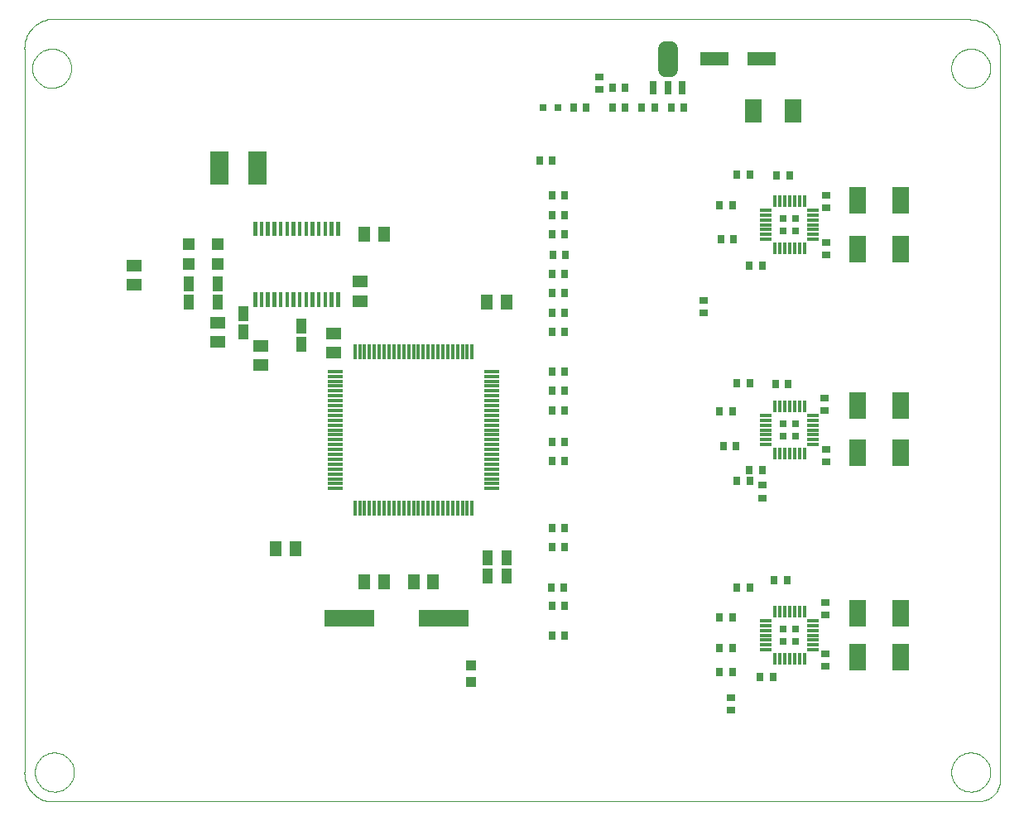
<source format=gtp>
G75*
G70*
%OFA0B0*%
%FSLAX24Y24*%
%IPPOS*%
%LPD*%
%AMOC8*
5,1,8,0,0,1.08239X$1,22.5*
%
%ADD10C,0.0000*%
%ADD11R,0.0276X0.0354*%
%ADD12R,0.0315X0.0315*%
%ADD13R,0.0315X0.0551*%
%ADD14C,0.0600*%
%ADD15R,0.0354X0.0276*%
%ADD16R,0.0709X0.1063*%
%ADD17R,0.0300X0.0300*%
%ADD18R,0.0118X0.0453*%
%ADD19R,0.0453X0.0118*%
%ADD20R,0.0709X0.0945*%
%ADD21R,0.1181X0.0551*%
%ADD22R,0.0630X0.0512*%
%ADD23R,0.0512X0.0630*%
%ADD24R,0.0472X0.0472*%
%ADD25R,0.0394X0.0591*%
%ADD26C,0.0030*%
%ADD27R,0.0748X0.1339*%
%ADD28R,0.2000X0.0700*%
%ADD29R,0.0591X0.0118*%
%ADD30R,0.0118X0.0591*%
%ADD31R,0.0433X0.0394*%
D10*
X001176Y000158D02*
X038639Y000158D01*
X038697Y000160D01*
X038755Y000166D01*
X038812Y000175D01*
X038869Y000188D01*
X038924Y000205D01*
X038978Y000226D01*
X039031Y000249D01*
X039083Y000277D01*
X039132Y000307D01*
X039179Y000341D01*
X039224Y000378D01*
X039266Y000418D01*
X039306Y000460D01*
X039343Y000505D01*
X039377Y000552D01*
X039407Y000602D01*
X039435Y000653D01*
X039458Y000706D01*
X039479Y000760D01*
X039496Y000815D01*
X039509Y000872D01*
X039518Y000929D01*
X039524Y000987D01*
X039526Y001045D01*
X039526Y030418D01*
X039524Y030487D01*
X039518Y030556D01*
X039509Y030625D01*
X039495Y030693D01*
X039478Y030760D01*
X039457Y030826D01*
X039432Y030891D01*
X039404Y030954D01*
X039372Y031016D01*
X039337Y031076D01*
X039298Y031133D01*
X039256Y031189D01*
X039212Y031242D01*
X039164Y031292D01*
X039114Y031340D01*
X039061Y031384D01*
X039005Y031426D01*
X038948Y031465D01*
X038888Y031500D01*
X038826Y031532D01*
X038763Y031560D01*
X038698Y031585D01*
X038632Y031606D01*
X038565Y031623D01*
X038497Y031637D01*
X038428Y031646D01*
X038359Y031652D01*
X038290Y031654D01*
X001173Y031654D01*
X001108Y031639D01*
X001045Y031619D01*
X000982Y031596D01*
X000921Y031570D01*
X000861Y031540D01*
X000803Y031507D01*
X000748Y031470D01*
X000694Y031431D01*
X000642Y031389D01*
X000593Y031343D01*
X000547Y031296D01*
X000503Y031245D01*
X000463Y031192D01*
X000425Y031137D01*
X000390Y031080D01*
X000359Y031022D01*
X000331Y030961D01*
X000307Y030899D01*
X000286Y030836D01*
X000268Y030772D01*
X000254Y030706D01*
X000244Y030641D01*
X000238Y030574D01*
X000235Y030508D01*
X000236Y030441D01*
X000241Y030375D01*
X000249Y030309D01*
X000262Y030243D01*
X000262Y001572D01*
X000249Y001506D01*
X000241Y001440D01*
X000236Y001373D01*
X000235Y001307D01*
X000238Y001240D01*
X000244Y001173D01*
X000254Y001107D01*
X000268Y001042D01*
X000286Y000978D01*
X000307Y000914D01*
X000332Y000852D01*
X000360Y000791D01*
X000391Y000733D01*
X000426Y000675D01*
X000464Y000620D01*
X000504Y000567D01*
X000548Y000517D01*
X000595Y000469D01*
X000644Y000424D01*
X000695Y000381D01*
X000749Y000342D01*
X000805Y000305D01*
X000863Y000272D01*
X000923Y000242D01*
X000984Y000216D01*
X001047Y000193D01*
X001111Y000173D01*
X001176Y000158D01*
X000656Y001339D02*
X000658Y001395D01*
X000664Y001450D01*
X000674Y001504D01*
X000687Y001558D01*
X000705Y001611D01*
X000726Y001662D01*
X000750Y001712D01*
X000778Y001760D01*
X000810Y001806D01*
X000844Y001850D01*
X000882Y001891D01*
X000922Y001929D01*
X000965Y001964D01*
X001010Y001996D01*
X001058Y002025D01*
X001107Y002051D01*
X001158Y002073D01*
X001210Y002091D01*
X001264Y002105D01*
X001319Y002116D01*
X001374Y002123D01*
X001429Y002126D01*
X001485Y002125D01*
X001540Y002120D01*
X001595Y002111D01*
X001649Y002099D01*
X001702Y002082D01*
X001754Y002062D01*
X001804Y002038D01*
X001852Y002011D01*
X001899Y001981D01*
X001943Y001947D01*
X001985Y001910D01*
X002023Y001870D01*
X002060Y001828D01*
X002093Y001783D01*
X002122Y001737D01*
X002149Y001688D01*
X002171Y001637D01*
X002191Y001585D01*
X002206Y001531D01*
X002218Y001477D01*
X002226Y001422D01*
X002230Y001367D01*
X002230Y001311D01*
X002226Y001256D01*
X002218Y001201D01*
X002206Y001147D01*
X002191Y001093D01*
X002171Y001041D01*
X002149Y000990D01*
X002122Y000941D01*
X002093Y000895D01*
X002060Y000850D01*
X002023Y000808D01*
X001985Y000768D01*
X001943Y000731D01*
X001899Y000697D01*
X001852Y000667D01*
X001804Y000640D01*
X001754Y000616D01*
X001702Y000596D01*
X001649Y000579D01*
X001595Y000567D01*
X001540Y000558D01*
X001485Y000553D01*
X001429Y000552D01*
X001374Y000555D01*
X001319Y000562D01*
X001264Y000573D01*
X001210Y000587D01*
X001158Y000605D01*
X001107Y000627D01*
X001058Y000653D01*
X001010Y000682D01*
X000965Y000714D01*
X000922Y000749D01*
X000882Y000787D01*
X000844Y000828D01*
X000810Y000872D01*
X000778Y000918D01*
X000750Y000966D01*
X000726Y001016D01*
X000705Y001067D01*
X000687Y001120D01*
X000674Y001174D01*
X000664Y001228D01*
X000658Y001283D01*
X000656Y001339D01*
X000550Y029686D02*
X000552Y029742D01*
X000558Y029797D01*
X000568Y029851D01*
X000581Y029905D01*
X000599Y029958D01*
X000620Y030009D01*
X000644Y030059D01*
X000672Y030107D01*
X000704Y030153D01*
X000738Y030197D01*
X000776Y030238D01*
X000816Y030276D01*
X000859Y030311D01*
X000904Y030343D01*
X000952Y030372D01*
X001001Y030398D01*
X001052Y030420D01*
X001104Y030438D01*
X001158Y030452D01*
X001213Y030463D01*
X001268Y030470D01*
X001323Y030473D01*
X001379Y030472D01*
X001434Y030467D01*
X001489Y030458D01*
X001543Y030446D01*
X001596Y030429D01*
X001648Y030409D01*
X001698Y030385D01*
X001746Y030358D01*
X001793Y030328D01*
X001837Y030294D01*
X001879Y030257D01*
X001917Y030217D01*
X001954Y030175D01*
X001987Y030130D01*
X002016Y030084D01*
X002043Y030035D01*
X002065Y029984D01*
X002085Y029932D01*
X002100Y029878D01*
X002112Y029824D01*
X002120Y029769D01*
X002124Y029714D01*
X002124Y029658D01*
X002120Y029603D01*
X002112Y029548D01*
X002100Y029494D01*
X002085Y029440D01*
X002065Y029388D01*
X002043Y029337D01*
X002016Y029288D01*
X001987Y029242D01*
X001954Y029197D01*
X001917Y029155D01*
X001879Y029115D01*
X001837Y029078D01*
X001793Y029044D01*
X001746Y029014D01*
X001698Y028987D01*
X001648Y028963D01*
X001596Y028943D01*
X001543Y028926D01*
X001489Y028914D01*
X001434Y028905D01*
X001379Y028900D01*
X001323Y028899D01*
X001268Y028902D01*
X001213Y028909D01*
X001158Y028920D01*
X001104Y028934D01*
X001052Y028952D01*
X001001Y028974D01*
X000952Y029000D01*
X000904Y029029D01*
X000859Y029061D01*
X000816Y029096D01*
X000776Y029134D01*
X000738Y029175D01*
X000704Y029219D01*
X000672Y029265D01*
X000644Y029313D01*
X000620Y029363D01*
X000599Y029414D01*
X000581Y029467D01*
X000568Y029521D01*
X000558Y029575D01*
X000552Y029630D01*
X000550Y029686D01*
X037558Y029686D02*
X037560Y029742D01*
X037566Y029797D01*
X037576Y029851D01*
X037589Y029905D01*
X037607Y029958D01*
X037628Y030009D01*
X037652Y030059D01*
X037680Y030107D01*
X037712Y030153D01*
X037746Y030197D01*
X037784Y030238D01*
X037824Y030276D01*
X037867Y030311D01*
X037912Y030343D01*
X037960Y030372D01*
X038009Y030398D01*
X038060Y030420D01*
X038112Y030438D01*
X038166Y030452D01*
X038221Y030463D01*
X038276Y030470D01*
X038331Y030473D01*
X038387Y030472D01*
X038442Y030467D01*
X038497Y030458D01*
X038551Y030446D01*
X038604Y030429D01*
X038656Y030409D01*
X038706Y030385D01*
X038754Y030358D01*
X038801Y030328D01*
X038845Y030294D01*
X038887Y030257D01*
X038925Y030217D01*
X038962Y030175D01*
X038995Y030130D01*
X039024Y030084D01*
X039051Y030035D01*
X039073Y029984D01*
X039093Y029932D01*
X039108Y029878D01*
X039120Y029824D01*
X039128Y029769D01*
X039132Y029714D01*
X039132Y029658D01*
X039128Y029603D01*
X039120Y029548D01*
X039108Y029494D01*
X039093Y029440D01*
X039073Y029388D01*
X039051Y029337D01*
X039024Y029288D01*
X038995Y029242D01*
X038962Y029197D01*
X038925Y029155D01*
X038887Y029115D01*
X038845Y029078D01*
X038801Y029044D01*
X038754Y029014D01*
X038706Y028987D01*
X038656Y028963D01*
X038604Y028943D01*
X038551Y028926D01*
X038497Y028914D01*
X038442Y028905D01*
X038387Y028900D01*
X038331Y028899D01*
X038276Y028902D01*
X038221Y028909D01*
X038166Y028920D01*
X038112Y028934D01*
X038060Y028952D01*
X038009Y028974D01*
X037960Y029000D01*
X037912Y029029D01*
X037867Y029061D01*
X037824Y029096D01*
X037784Y029134D01*
X037746Y029175D01*
X037712Y029219D01*
X037680Y029265D01*
X037652Y029313D01*
X037628Y029363D01*
X037607Y029414D01*
X037589Y029467D01*
X037576Y029521D01*
X037566Y029575D01*
X037560Y029630D01*
X037558Y029686D01*
X037558Y001339D02*
X037560Y001395D01*
X037566Y001450D01*
X037576Y001504D01*
X037589Y001558D01*
X037607Y001611D01*
X037628Y001662D01*
X037652Y001712D01*
X037680Y001760D01*
X037712Y001806D01*
X037746Y001850D01*
X037784Y001891D01*
X037824Y001929D01*
X037867Y001964D01*
X037912Y001996D01*
X037960Y002025D01*
X038009Y002051D01*
X038060Y002073D01*
X038112Y002091D01*
X038166Y002105D01*
X038221Y002116D01*
X038276Y002123D01*
X038331Y002126D01*
X038387Y002125D01*
X038442Y002120D01*
X038497Y002111D01*
X038551Y002099D01*
X038604Y002082D01*
X038656Y002062D01*
X038706Y002038D01*
X038754Y002011D01*
X038801Y001981D01*
X038845Y001947D01*
X038887Y001910D01*
X038925Y001870D01*
X038962Y001828D01*
X038995Y001783D01*
X039024Y001737D01*
X039051Y001688D01*
X039073Y001637D01*
X039093Y001585D01*
X039108Y001531D01*
X039120Y001477D01*
X039128Y001422D01*
X039132Y001367D01*
X039132Y001311D01*
X039128Y001256D01*
X039120Y001201D01*
X039108Y001147D01*
X039093Y001093D01*
X039073Y001041D01*
X039051Y000990D01*
X039024Y000941D01*
X038995Y000895D01*
X038962Y000850D01*
X038925Y000808D01*
X038887Y000768D01*
X038845Y000731D01*
X038801Y000697D01*
X038754Y000667D01*
X038706Y000640D01*
X038656Y000616D01*
X038604Y000596D01*
X038551Y000579D01*
X038497Y000567D01*
X038442Y000558D01*
X038387Y000553D01*
X038331Y000552D01*
X038276Y000555D01*
X038221Y000562D01*
X038166Y000573D01*
X038112Y000587D01*
X038060Y000605D01*
X038009Y000627D01*
X037960Y000653D01*
X037912Y000682D01*
X037867Y000714D01*
X037824Y000749D01*
X037784Y000787D01*
X037746Y000828D01*
X037712Y000872D01*
X037680Y000918D01*
X037652Y000966D01*
X037628Y001016D01*
X037607Y001067D01*
X037589Y001120D01*
X037576Y001174D01*
X037566Y001228D01*
X037560Y001283D01*
X037558Y001339D01*
D11*
X030371Y005180D03*
X029859Y005180D03*
X028742Y005370D03*
X028231Y005370D03*
X028231Y006332D03*
X028742Y006332D03*
X028742Y007554D03*
X028231Y007554D03*
X028931Y008763D03*
X029442Y008763D03*
X030431Y009072D03*
X030942Y009072D03*
X029442Y013084D03*
X029431Y013518D03*
X029942Y013518D03*
X028931Y013084D03*
X028892Y014481D03*
X028381Y014481D03*
X028231Y015869D03*
X028742Y015869D03*
X028931Y016988D03*
X029442Y016988D03*
X030481Y016984D03*
X030992Y016984D03*
X029942Y021744D03*
X029431Y021744D03*
X028792Y022799D03*
X028281Y022799D03*
X028231Y024169D03*
X028742Y024169D03*
X028931Y025413D03*
X029442Y025413D03*
X030531Y025384D03*
X031042Y025384D03*
X026790Y028111D03*
X026278Y028111D03*
X025609Y028111D03*
X025097Y028111D03*
X024427Y028111D03*
X023916Y028111D03*
X023916Y028898D03*
X024427Y028898D03*
X022853Y028111D03*
X022341Y028111D03*
X021482Y025956D03*
X020970Y025956D03*
X021471Y024568D03*
X021983Y024568D03*
X021983Y023780D03*
X021471Y023780D03*
X021471Y022993D03*
X021983Y022993D03*
X022033Y022156D03*
X021521Y022156D03*
X021471Y021418D03*
X021983Y021418D03*
X021983Y020631D03*
X021471Y020631D03*
X021471Y019843D03*
X021983Y019843D03*
X021983Y019056D03*
X021471Y019056D03*
X021471Y017481D03*
X021983Y017481D03*
X021983Y016694D03*
X021471Y016694D03*
X021471Y015906D03*
X021983Y015906D03*
X021983Y014650D03*
X021471Y014650D03*
X021471Y013863D03*
X021983Y013863D03*
X021983Y011182D03*
X021471Y011182D03*
X021471Y010394D03*
X021983Y010394D03*
X021958Y008767D03*
X021446Y008767D03*
X021471Y008032D03*
X021983Y008032D03*
X021983Y006851D03*
X021471Y006851D03*
D12*
X021711Y028111D03*
X021120Y028111D03*
D13*
X025550Y028906D03*
X026140Y028906D03*
X026730Y028906D03*
D14*
X026240Y029638D02*
X026040Y029638D01*
X026040Y030474D01*
X026240Y030474D01*
X026240Y029638D01*
X026240Y030237D02*
X026040Y030237D01*
D15*
X023384Y029351D03*
X023384Y028839D03*
X032514Y024586D03*
X032514Y024074D03*
X032520Y022674D03*
X032520Y022162D03*
X027586Y020340D03*
X027586Y019828D03*
X032463Y016415D03*
X032463Y015903D03*
X032520Y014345D03*
X032520Y013833D03*
X029964Y012890D03*
X029964Y012378D03*
X032486Y008174D03*
X032486Y007662D03*
X032486Y006105D03*
X032486Y005593D03*
X028686Y004340D03*
X028686Y003828D03*
D16*
X033793Y005974D03*
X035525Y005974D03*
X035525Y007726D03*
X033793Y007726D03*
X033793Y014193D03*
X035525Y014193D03*
X035525Y016111D03*
X033793Y016111D03*
X033780Y022393D03*
X035512Y022393D03*
X035517Y024376D03*
X033785Y024376D03*
D17*
X031296Y023637D03*
X030796Y023637D03*
X030796Y023137D03*
X031296Y023137D03*
X031296Y015369D03*
X030796Y015369D03*
X030796Y014869D03*
X031296Y014869D03*
X031296Y007101D03*
X030796Y007101D03*
X030796Y006601D03*
X031296Y006601D03*
D18*
X031242Y005906D03*
X031046Y005906D03*
X030849Y005906D03*
X030652Y005906D03*
X030455Y005906D03*
X031439Y005906D03*
X031636Y005906D03*
X031636Y007796D03*
X031439Y007796D03*
X031242Y007796D03*
X031046Y007796D03*
X030849Y007796D03*
X030652Y007796D03*
X030455Y007796D03*
X030455Y014174D03*
X030652Y014174D03*
X030849Y014174D03*
X031046Y014174D03*
X031242Y014174D03*
X031439Y014174D03*
X031636Y014174D03*
X031636Y016064D03*
X031439Y016064D03*
X031242Y016064D03*
X031046Y016064D03*
X030849Y016064D03*
X030652Y016064D03*
X030455Y016064D03*
X030455Y022442D03*
X030652Y022442D03*
X030849Y022442D03*
X031046Y022442D03*
X031242Y022442D03*
X031439Y022442D03*
X031636Y022442D03*
X031636Y024331D03*
X031439Y024331D03*
X031242Y024331D03*
X031046Y024331D03*
X030849Y024331D03*
X030652Y024331D03*
X030455Y024331D03*
D19*
X030101Y023977D03*
X030101Y023780D03*
X030101Y023583D03*
X030101Y023387D03*
X030101Y023190D03*
X030101Y022993D03*
X030101Y022796D03*
X031990Y022796D03*
X031990Y022993D03*
X031990Y023190D03*
X031990Y023387D03*
X031990Y023583D03*
X031990Y023780D03*
X031990Y023977D03*
X031990Y015709D03*
X031990Y015513D03*
X031990Y015316D03*
X031990Y015119D03*
X031990Y014922D03*
X031990Y014725D03*
X031990Y014528D03*
X030101Y014528D03*
X030101Y014725D03*
X030101Y014922D03*
X030101Y015119D03*
X030101Y015316D03*
X030101Y015513D03*
X030101Y015709D03*
X030101Y007442D03*
X030101Y007245D03*
X030101Y007048D03*
X030101Y006851D03*
X030101Y006654D03*
X030101Y006457D03*
X030101Y006261D03*
X031990Y006261D03*
X031990Y006457D03*
X031990Y006654D03*
X031990Y006851D03*
X031990Y007048D03*
X031990Y007245D03*
X031990Y007442D03*
D20*
X031184Y027960D03*
X029590Y027960D03*
D21*
X029909Y030054D03*
X028019Y030054D03*
D22*
X013769Y021106D03*
X013769Y020319D03*
X012700Y019019D03*
X012700Y018231D03*
X009755Y018512D03*
X009755Y017725D03*
X008030Y018662D03*
X008030Y019450D03*
X004647Y020963D03*
X004647Y021751D03*
D23*
X013935Y022993D03*
X014723Y022993D03*
X018866Y020287D03*
X019653Y020287D03*
X011153Y010341D03*
X010366Y010341D03*
X013935Y009001D03*
X014723Y009001D03*
X015904Y009001D03*
X016691Y009001D03*
D24*
X008030Y021792D03*
X008030Y022619D03*
X006849Y022619D03*
X006849Y021792D03*
D25*
X006849Y021001D03*
X006849Y020261D03*
X008030Y020261D03*
X008030Y021001D03*
X009036Y019804D03*
X009036Y019064D03*
X011386Y019304D03*
X011386Y018564D03*
X018872Y009977D03*
X019660Y009977D03*
X019660Y009237D03*
X018872Y009237D03*
D26*
X012903Y020105D02*
X012783Y020105D01*
X012783Y020665D01*
X012903Y020665D01*
X012903Y020105D01*
X012903Y020134D02*
X012783Y020134D01*
X012783Y020163D02*
X012903Y020163D01*
X012903Y020192D02*
X012783Y020192D01*
X012783Y020221D02*
X012903Y020221D01*
X012903Y020250D02*
X012783Y020250D01*
X012783Y020279D02*
X012903Y020279D01*
X012903Y020308D02*
X012783Y020308D01*
X012783Y020337D02*
X012903Y020337D01*
X012903Y020366D02*
X012783Y020366D01*
X012783Y020395D02*
X012903Y020395D01*
X012903Y020424D02*
X012783Y020424D01*
X012783Y020453D02*
X012903Y020453D01*
X012903Y020482D02*
X012783Y020482D01*
X012783Y020511D02*
X012903Y020511D01*
X012903Y020540D02*
X012783Y020540D01*
X012783Y020569D02*
X012903Y020569D01*
X012903Y020598D02*
X012783Y020598D01*
X012783Y020627D02*
X012903Y020627D01*
X012903Y020656D02*
X012783Y020656D01*
X012647Y020105D02*
X012527Y020105D01*
X012527Y020665D01*
X012647Y020665D01*
X012647Y020105D01*
X012647Y020134D02*
X012527Y020134D01*
X012527Y020163D02*
X012647Y020163D01*
X012647Y020192D02*
X012527Y020192D01*
X012527Y020221D02*
X012647Y020221D01*
X012647Y020250D02*
X012527Y020250D01*
X012527Y020279D02*
X012647Y020279D01*
X012647Y020308D02*
X012527Y020308D01*
X012527Y020337D02*
X012647Y020337D01*
X012647Y020366D02*
X012527Y020366D01*
X012527Y020395D02*
X012647Y020395D01*
X012647Y020424D02*
X012527Y020424D01*
X012527Y020453D02*
X012647Y020453D01*
X012647Y020482D02*
X012527Y020482D01*
X012527Y020511D02*
X012647Y020511D01*
X012647Y020540D02*
X012527Y020540D01*
X012527Y020569D02*
X012647Y020569D01*
X012647Y020598D02*
X012527Y020598D01*
X012527Y020627D02*
X012647Y020627D01*
X012647Y020656D02*
X012527Y020656D01*
X012391Y020105D02*
X012271Y020105D01*
X012271Y020665D01*
X012391Y020665D01*
X012391Y020105D01*
X012391Y020134D02*
X012271Y020134D01*
X012271Y020163D02*
X012391Y020163D01*
X012391Y020192D02*
X012271Y020192D01*
X012271Y020221D02*
X012391Y020221D01*
X012391Y020250D02*
X012271Y020250D01*
X012271Y020279D02*
X012391Y020279D01*
X012391Y020308D02*
X012271Y020308D01*
X012271Y020337D02*
X012391Y020337D01*
X012391Y020366D02*
X012271Y020366D01*
X012271Y020395D02*
X012391Y020395D01*
X012391Y020424D02*
X012271Y020424D01*
X012271Y020453D02*
X012391Y020453D01*
X012391Y020482D02*
X012271Y020482D01*
X012271Y020511D02*
X012391Y020511D01*
X012391Y020540D02*
X012271Y020540D01*
X012271Y020569D02*
X012391Y020569D01*
X012391Y020598D02*
X012271Y020598D01*
X012271Y020627D02*
X012391Y020627D01*
X012391Y020656D02*
X012271Y020656D01*
X012135Y020105D02*
X012015Y020105D01*
X012015Y020665D01*
X012135Y020665D01*
X012135Y020105D01*
X012135Y020134D02*
X012015Y020134D01*
X012015Y020163D02*
X012135Y020163D01*
X012135Y020192D02*
X012015Y020192D01*
X012015Y020221D02*
X012135Y020221D01*
X012135Y020250D02*
X012015Y020250D01*
X012015Y020279D02*
X012135Y020279D01*
X012135Y020308D02*
X012015Y020308D01*
X012015Y020337D02*
X012135Y020337D01*
X012135Y020366D02*
X012015Y020366D01*
X012015Y020395D02*
X012135Y020395D01*
X012135Y020424D02*
X012015Y020424D01*
X012015Y020453D02*
X012135Y020453D01*
X012135Y020482D02*
X012015Y020482D01*
X012015Y020511D02*
X012135Y020511D01*
X012135Y020540D02*
X012015Y020540D01*
X012015Y020569D02*
X012135Y020569D01*
X012135Y020598D02*
X012015Y020598D01*
X012015Y020627D02*
X012135Y020627D01*
X012135Y020656D02*
X012015Y020656D01*
X011879Y020105D02*
X011759Y020105D01*
X011759Y020665D01*
X011879Y020665D01*
X011879Y020105D01*
X011879Y020134D02*
X011759Y020134D01*
X011759Y020163D02*
X011879Y020163D01*
X011879Y020192D02*
X011759Y020192D01*
X011759Y020221D02*
X011879Y020221D01*
X011879Y020250D02*
X011759Y020250D01*
X011759Y020279D02*
X011879Y020279D01*
X011879Y020308D02*
X011759Y020308D01*
X011759Y020337D02*
X011879Y020337D01*
X011879Y020366D02*
X011759Y020366D01*
X011759Y020395D02*
X011879Y020395D01*
X011879Y020424D02*
X011759Y020424D01*
X011759Y020453D02*
X011879Y020453D01*
X011879Y020482D02*
X011759Y020482D01*
X011759Y020511D02*
X011879Y020511D01*
X011879Y020540D02*
X011759Y020540D01*
X011759Y020569D02*
X011879Y020569D01*
X011879Y020598D02*
X011759Y020598D01*
X011759Y020627D02*
X011879Y020627D01*
X011879Y020656D02*
X011759Y020656D01*
X011623Y020105D02*
X011503Y020105D01*
X011503Y020665D01*
X011623Y020665D01*
X011623Y020105D01*
X011623Y020134D02*
X011503Y020134D01*
X011503Y020163D02*
X011623Y020163D01*
X011623Y020192D02*
X011503Y020192D01*
X011503Y020221D02*
X011623Y020221D01*
X011623Y020250D02*
X011503Y020250D01*
X011503Y020279D02*
X011623Y020279D01*
X011623Y020308D02*
X011503Y020308D01*
X011503Y020337D02*
X011623Y020337D01*
X011623Y020366D02*
X011503Y020366D01*
X011503Y020395D02*
X011623Y020395D01*
X011623Y020424D02*
X011503Y020424D01*
X011503Y020453D02*
X011623Y020453D01*
X011623Y020482D02*
X011503Y020482D01*
X011503Y020511D02*
X011623Y020511D01*
X011623Y020540D02*
X011503Y020540D01*
X011503Y020569D02*
X011623Y020569D01*
X011623Y020598D02*
X011503Y020598D01*
X011503Y020627D02*
X011623Y020627D01*
X011623Y020656D02*
X011503Y020656D01*
X011367Y020105D02*
X011247Y020105D01*
X011247Y020665D01*
X011367Y020665D01*
X011367Y020105D01*
X011367Y020134D02*
X011247Y020134D01*
X011247Y020163D02*
X011367Y020163D01*
X011367Y020192D02*
X011247Y020192D01*
X011247Y020221D02*
X011367Y020221D01*
X011367Y020250D02*
X011247Y020250D01*
X011247Y020279D02*
X011367Y020279D01*
X011367Y020308D02*
X011247Y020308D01*
X011247Y020337D02*
X011367Y020337D01*
X011367Y020366D02*
X011247Y020366D01*
X011247Y020395D02*
X011367Y020395D01*
X011367Y020424D02*
X011247Y020424D01*
X011247Y020453D02*
X011367Y020453D01*
X011367Y020482D02*
X011247Y020482D01*
X011247Y020511D02*
X011367Y020511D01*
X011367Y020540D02*
X011247Y020540D01*
X011247Y020569D02*
X011367Y020569D01*
X011367Y020598D02*
X011247Y020598D01*
X011247Y020627D02*
X011367Y020627D01*
X011367Y020656D02*
X011247Y020656D01*
X011111Y020105D02*
X010991Y020105D01*
X010991Y020665D01*
X011111Y020665D01*
X011111Y020105D01*
X011111Y020134D02*
X010991Y020134D01*
X010991Y020163D02*
X011111Y020163D01*
X011111Y020192D02*
X010991Y020192D01*
X010991Y020221D02*
X011111Y020221D01*
X011111Y020250D02*
X010991Y020250D01*
X010991Y020279D02*
X011111Y020279D01*
X011111Y020308D02*
X010991Y020308D01*
X010991Y020337D02*
X011111Y020337D01*
X011111Y020366D02*
X010991Y020366D01*
X010991Y020395D02*
X011111Y020395D01*
X011111Y020424D02*
X010991Y020424D01*
X010991Y020453D02*
X011111Y020453D01*
X011111Y020482D02*
X010991Y020482D01*
X010991Y020511D02*
X011111Y020511D01*
X011111Y020540D02*
X010991Y020540D01*
X010991Y020569D02*
X011111Y020569D01*
X011111Y020598D02*
X010991Y020598D01*
X010991Y020627D02*
X011111Y020627D01*
X011111Y020656D02*
X010991Y020656D01*
X010856Y020105D02*
X010736Y020105D01*
X010736Y020665D01*
X010856Y020665D01*
X010856Y020105D01*
X010856Y020134D02*
X010736Y020134D01*
X010736Y020163D02*
X010856Y020163D01*
X010856Y020192D02*
X010736Y020192D01*
X010736Y020221D02*
X010856Y020221D01*
X010856Y020250D02*
X010736Y020250D01*
X010736Y020279D02*
X010856Y020279D01*
X010856Y020308D02*
X010736Y020308D01*
X010736Y020337D02*
X010856Y020337D01*
X010856Y020366D02*
X010736Y020366D01*
X010736Y020395D02*
X010856Y020395D01*
X010856Y020424D02*
X010736Y020424D01*
X010736Y020453D02*
X010856Y020453D01*
X010856Y020482D02*
X010736Y020482D01*
X010736Y020511D02*
X010856Y020511D01*
X010856Y020540D02*
X010736Y020540D01*
X010736Y020569D02*
X010856Y020569D01*
X010856Y020598D02*
X010736Y020598D01*
X010736Y020627D02*
X010856Y020627D01*
X010856Y020656D02*
X010736Y020656D01*
X010600Y020105D02*
X010480Y020105D01*
X010480Y020665D01*
X010600Y020665D01*
X010600Y020105D01*
X010600Y020134D02*
X010480Y020134D01*
X010480Y020163D02*
X010600Y020163D01*
X010600Y020192D02*
X010480Y020192D01*
X010480Y020221D02*
X010600Y020221D01*
X010600Y020250D02*
X010480Y020250D01*
X010480Y020279D02*
X010600Y020279D01*
X010600Y020308D02*
X010480Y020308D01*
X010480Y020337D02*
X010600Y020337D01*
X010600Y020366D02*
X010480Y020366D01*
X010480Y020395D02*
X010600Y020395D01*
X010600Y020424D02*
X010480Y020424D01*
X010480Y020453D02*
X010600Y020453D01*
X010600Y020482D02*
X010480Y020482D01*
X010480Y020511D02*
X010600Y020511D01*
X010600Y020540D02*
X010480Y020540D01*
X010480Y020569D02*
X010600Y020569D01*
X010600Y020598D02*
X010480Y020598D01*
X010480Y020627D02*
X010600Y020627D01*
X010600Y020656D02*
X010480Y020656D01*
X010344Y020105D02*
X010224Y020105D01*
X010224Y020665D01*
X010344Y020665D01*
X010344Y020105D01*
X010344Y020134D02*
X010224Y020134D01*
X010224Y020163D02*
X010344Y020163D01*
X010344Y020192D02*
X010224Y020192D01*
X010224Y020221D02*
X010344Y020221D01*
X010344Y020250D02*
X010224Y020250D01*
X010224Y020279D02*
X010344Y020279D01*
X010344Y020308D02*
X010224Y020308D01*
X010224Y020337D02*
X010344Y020337D01*
X010344Y020366D02*
X010224Y020366D01*
X010224Y020395D02*
X010344Y020395D01*
X010344Y020424D02*
X010224Y020424D01*
X010224Y020453D02*
X010344Y020453D01*
X010344Y020482D02*
X010224Y020482D01*
X010224Y020511D02*
X010344Y020511D01*
X010344Y020540D02*
X010224Y020540D01*
X010224Y020569D02*
X010344Y020569D01*
X010344Y020598D02*
X010224Y020598D01*
X010224Y020627D02*
X010344Y020627D01*
X010344Y020656D02*
X010224Y020656D01*
X010088Y020105D02*
X009968Y020105D01*
X009968Y020665D01*
X010088Y020665D01*
X010088Y020105D01*
X010088Y020134D02*
X009968Y020134D01*
X009968Y020163D02*
X010088Y020163D01*
X010088Y020192D02*
X009968Y020192D01*
X009968Y020221D02*
X010088Y020221D01*
X010088Y020250D02*
X009968Y020250D01*
X009968Y020279D02*
X010088Y020279D01*
X010088Y020308D02*
X009968Y020308D01*
X009968Y020337D02*
X010088Y020337D01*
X010088Y020366D02*
X009968Y020366D01*
X009968Y020395D02*
X010088Y020395D01*
X010088Y020424D02*
X009968Y020424D01*
X009968Y020453D02*
X010088Y020453D01*
X010088Y020482D02*
X009968Y020482D01*
X009968Y020511D02*
X010088Y020511D01*
X010088Y020540D02*
X009968Y020540D01*
X009968Y020569D02*
X010088Y020569D01*
X010088Y020598D02*
X009968Y020598D01*
X009968Y020627D02*
X010088Y020627D01*
X010088Y020656D02*
X009968Y020656D01*
X009832Y020105D02*
X009712Y020105D01*
X009712Y020665D01*
X009832Y020665D01*
X009832Y020105D01*
X009832Y020134D02*
X009712Y020134D01*
X009712Y020163D02*
X009832Y020163D01*
X009832Y020192D02*
X009712Y020192D01*
X009712Y020221D02*
X009832Y020221D01*
X009832Y020250D02*
X009712Y020250D01*
X009712Y020279D02*
X009832Y020279D01*
X009832Y020308D02*
X009712Y020308D01*
X009712Y020337D02*
X009832Y020337D01*
X009832Y020366D02*
X009712Y020366D01*
X009712Y020395D02*
X009832Y020395D01*
X009832Y020424D02*
X009712Y020424D01*
X009712Y020453D02*
X009832Y020453D01*
X009832Y020482D02*
X009712Y020482D01*
X009712Y020511D02*
X009832Y020511D01*
X009832Y020540D02*
X009712Y020540D01*
X009712Y020569D02*
X009832Y020569D01*
X009832Y020598D02*
X009712Y020598D01*
X009712Y020627D02*
X009832Y020627D01*
X009832Y020656D02*
X009712Y020656D01*
X009576Y020105D02*
X009456Y020105D01*
X009456Y020665D01*
X009576Y020665D01*
X009576Y020105D01*
X009576Y020134D02*
X009456Y020134D01*
X009456Y020163D02*
X009576Y020163D01*
X009576Y020192D02*
X009456Y020192D01*
X009456Y020221D02*
X009576Y020221D01*
X009576Y020250D02*
X009456Y020250D01*
X009456Y020279D02*
X009576Y020279D01*
X009576Y020308D02*
X009456Y020308D01*
X009456Y020337D02*
X009576Y020337D01*
X009576Y020366D02*
X009456Y020366D01*
X009456Y020395D02*
X009576Y020395D01*
X009576Y020424D02*
X009456Y020424D01*
X009456Y020453D02*
X009576Y020453D01*
X009576Y020482D02*
X009456Y020482D01*
X009456Y020511D02*
X009576Y020511D01*
X009576Y020540D02*
X009456Y020540D01*
X009456Y020569D02*
X009576Y020569D01*
X009576Y020598D02*
X009456Y020598D01*
X009456Y020627D02*
X009576Y020627D01*
X009576Y020656D02*
X009456Y020656D01*
X009456Y022959D02*
X009576Y022959D01*
X009456Y022959D02*
X009456Y023519D01*
X009576Y023519D01*
X009576Y022959D01*
X009576Y022988D02*
X009456Y022988D01*
X009456Y023017D02*
X009576Y023017D01*
X009576Y023046D02*
X009456Y023046D01*
X009456Y023075D02*
X009576Y023075D01*
X009576Y023104D02*
X009456Y023104D01*
X009456Y023133D02*
X009576Y023133D01*
X009576Y023162D02*
X009456Y023162D01*
X009456Y023191D02*
X009576Y023191D01*
X009576Y023220D02*
X009456Y023220D01*
X009456Y023249D02*
X009576Y023249D01*
X009576Y023278D02*
X009456Y023278D01*
X009456Y023307D02*
X009576Y023307D01*
X009576Y023336D02*
X009456Y023336D01*
X009456Y023365D02*
X009576Y023365D01*
X009576Y023394D02*
X009456Y023394D01*
X009456Y023423D02*
X009576Y023423D01*
X009576Y023452D02*
X009456Y023452D01*
X009456Y023481D02*
X009576Y023481D01*
X009576Y023510D02*
X009456Y023510D01*
X009712Y022959D02*
X009832Y022959D01*
X009712Y022959D02*
X009712Y023519D01*
X009832Y023519D01*
X009832Y022959D01*
X009832Y022988D02*
X009712Y022988D01*
X009712Y023017D02*
X009832Y023017D01*
X009832Y023046D02*
X009712Y023046D01*
X009712Y023075D02*
X009832Y023075D01*
X009832Y023104D02*
X009712Y023104D01*
X009712Y023133D02*
X009832Y023133D01*
X009832Y023162D02*
X009712Y023162D01*
X009712Y023191D02*
X009832Y023191D01*
X009832Y023220D02*
X009712Y023220D01*
X009712Y023249D02*
X009832Y023249D01*
X009832Y023278D02*
X009712Y023278D01*
X009712Y023307D02*
X009832Y023307D01*
X009832Y023336D02*
X009712Y023336D01*
X009712Y023365D02*
X009832Y023365D01*
X009832Y023394D02*
X009712Y023394D01*
X009712Y023423D02*
X009832Y023423D01*
X009832Y023452D02*
X009712Y023452D01*
X009712Y023481D02*
X009832Y023481D01*
X009832Y023510D02*
X009712Y023510D01*
X009968Y022959D02*
X010088Y022959D01*
X009968Y022959D02*
X009968Y023519D01*
X010088Y023519D01*
X010088Y022959D01*
X010088Y022988D02*
X009968Y022988D01*
X009968Y023017D02*
X010088Y023017D01*
X010088Y023046D02*
X009968Y023046D01*
X009968Y023075D02*
X010088Y023075D01*
X010088Y023104D02*
X009968Y023104D01*
X009968Y023133D02*
X010088Y023133D01*
X010088Y023162D02*
X009968Y023162D01*
X009968Y023191D02*
X010088Y023191D01*
X010088Y023220D02*
X009968Y023220D01*
X009968Y023249D02*
X010088Y023249D01*
X010088Y023278D02*
X009968Y023278D01*
X009968Y023307D02*
X010088Y023307D01*
X010088Y023336D02*
X009968Y023336D01*
X009968Y023365D02*
X010088Y023365D01*
X010088Y023394D02*
X009968Y023394D01*
X009968Y023423D02*
X010088Y023423D01*
X010088Y023452D02*
X009968Y023452D01*
X009968Y023481D02*
X010088Y023481D01*
X010088Y023510D02*
X009968Y023510D01*
X010224Y022959D02*
X010344Y022959D01*
X010224Y022959D02*
X010224Y023519D01*
X010344Y023519D01*
X010344Y022959D01*
X010344Y022988D02*
X010224Y022988D01*
X010224Y023017D02*
X010344Y023017D01*
X010344Y023046D02*
X010224Y023046D01*
X010224Y023075D02*
X010344Y023075D01*
X010344Y023104D02*
X010224Y023104D01*
X010224Y023133D02*
X010344Y023133D01*
X010344Y023162D02*
X010224Y023162D01*
X010224Y023191D02*
X010344Y023191D01*
X010344Y023220D02*
X010224Y023220D01*
X010224Y023249D02*
X010344Y023249D01*
X010344Y023278D02*
X010224Y023278D01*
X010224Y023307D02*
X010344Y023307D01*
X010344Y023336D02*
X010224Y023336D01*
X010224Y023365D02*
X010344Y023365D01*
X010344Y023394D02*
X010224Y023394D01*
X010224Y023423D02*
X010344Y023423D01*
X010344Y023452D02*
X010224Y023452D01*
X010224Y023481D02*
X010344Y023481D01*
X010344Y023510D02*
X010224Y023510D01*
X010480Y022959D02*
X010600Y022959D01*
X010480Y022959D02*
X010480Y023519D01*
X010600Y023519D01*
X010600Y022959D01*
X010600Y022988D02*
X010480Y022988D01*
X010480Y023017D02*
X010600Y023017D01*
X010600Y023046D02*
X010480Y023046D01*
X010480Y023075D02*
X010600Y023075D01*
X010600Y023104D02*
X010480Y023104D01*
X010480Y023133D02*
X010600Y023133D01*
X010600Y023162D02*
X010480Y023162D01*
X010480Y023191D02*
X010600Y023191D01*
X010600Y023220D02*
X010480Y023220D01*
X010480Y023249D02*
X010600Y023249D01*
X010600Y023278D02*
X010480Y023278D01*
X010480Y023307D02*
X010600Y023307D01*
X010600Y023336D02*
X010480Y023336D01*
X010480Y023365D02*
X010600Y023365D01*
X010600Y023394D02*
X010480Y023394D01*
X010480Y023423D02*
X010600Y023423D01*
X010600Y023452D02*
X010480Y023452D01*
X010480Y023481D02*
X010600Y023481D01*
X010600Y023510D02*
X010480Y023510D01*
X010736Y022959D02*
X010856Y022959D01*
X010736Y022959D02*
X010736Y023519D01*
X010856Y023519D01*
X010856Y022959D01*
X010856Y022988D02*
X010736Y022988D01*
X010736Y023017D02*
X010856Y023017D01*
X010856Y023046D02*
X010736Y023046D01*
X010736Y023075D02*
X010856Y023075D01*
X010856Y023104D02*
X010736Y023104D01*
X010736Y023133D02*
X010856Y023133D01*
X010856Y023162D02*
X010736Y023162D01*
X010736Y023191D02*
X010856Y023191D01*
X010856Y023220D02*
X010736Y023220D01*
X010736Y023249D02*
X010856Y023249D01*
X010856Y023278D02*
X010736Y023278D01*
X010736Y023307D02*
X010856Y023307D01*
X010856Y023336D02*
X010736Y023336D01*
X010736Y023365D02*
X010856Y023365D01*
X010856Y023394D02*
X010736Y023394D01*
X010736Y023423D02*
X010856Y023423D01*
X010856Y023452D02*
X010736Y023452D01*
X010736Y023481D02*
X010856Y023481D01*
X010856Y023510D02*
X010736Y023510D01*
X010991Y022959D02*
X011111Y022959D01*
X010991Y022959D02*
X010991Y023519D01*
X011111Y023519D01*
X011111Y022959D01*
X011111Y022988D02*
X010991Y022988D01*
X010991Y023017D02*
X011111Y023017D01*
X011111Y023046D02*
X010991Y023046D01*
X010991Y023075D02*
X011111Y023075D01*
X011111Y023104D02*
X010991Y023104D01*
X010991Y023133D02*
X011111Y023133D01*
X011111Y023162D02*
X010991Y023162D01*
X010991Y023191D02*
X011111Y023191D01*
X011111Y023220D02*
X010991Y023220D01*
X010991Y023249D02*
X011111Y023249D01*
X011111Y023278D02*
X010991Y023278D01*
X010991Y023307D02*
X011111Y023307D01*
X011111Y023336D02*
X010991Y023336D01*
X010991Y023365D02*
X011111Y023365D01*
X011111Y023394D02*
X010991Y023394D01*
X010991Y023423D02*
X011111Y023423D01*
X011111Y023452D02*
X010991Y023452D01*
X010991Y023481D02*
X011111Y023481D01*
X011111Y023510D02*
X010991Y023510D01*
X011247Y022959D02*
X011367Y022959D01*
X011247Y022959D02*
X011247Y023519D01*
X011367Y023519D01*
X011367Y022959D01*
X011367Y022988D02*
X011247Y022988D01*
X011247Y023017D02*
X011367Y023017D01*
X011367Y023046D02*
X011247Y023046D01*
X011247Y023075D02*
X011367Y023075D01*
X011367Y023104D02*
X011247Y023104D01*
X011247Y023133D02*
X011367Y023133D01*
X011367Y023162D02*
X011247Y023162D01*
X011247Y023191D02*
X011367Y023191D01*
X011367Y023220D02*
X011247Y023220D01*
X011247Y023249D02*
X011367Y023249D01*
X011367Y023278D02*
X011247Y023278D01*
X011247Y023307D02*
X011367Y023307D01*
X011367Y023336D02*
X011247Y023336D01*
X011247Y023365D02*
X011367Y023365D01*
X011367Y023394D02*
X011247Y023394D01*
X011247Y023423D02*
X011367Y023423D01*
X011367Y023452D02*
X011247Y023452D01*
X011247Y023481D02*
X011367Y023481D01*
X011367Y023510D02*
X011247Y023510D01*
X011503Y022959D02*
X011623Y022959D01*
X011503Y022959D02*
X011503Y023519D01*
X011623Y023519D01*
X011623Y022959D01*
X011623Y022988D02*
X011503Y022988D01*
X011503Y023017D02*
X011623Y023017D01*
X011623Y023046D02*
X011503Y023046D01*
X011503Y023075D02*
X011623Y023075D01*
X011623Y023104D02*
X011503Y023104D01*
X011503Y023133D02*
X011623Y023133D01*
X011623Y023162D02*
X011503Y023162D01*
X011503Y023191D02*
X011623Y023191D01*
X011623Y023220D02*
X011503Y023220D01*
X011503Y023249D02*
X011623Y023249D01*
X011623Y023278D02*
X011503Y023278D01*
X011503Y023307D02*
X011623Y023307D01*
X011623Y023336D02*
X011503Y023336D01*
X011503Y023365D02*
X011623Y023365D01*
X011623Y023394D02*
X011503Y023394D01*
X011503Y023423D02*
X011623Y023423D01*
X011623Y023452D02*
X011503Y023452D01*
X011503Y023481D02*
X011623Y023481D01*
X011623Y023510D02*
X011503Y023510D01*
X011759Y022959D02*
X011879Y022959D01*
X011759Y022959D02*
X011759Y023519D01*
X011879Y023519D01*
X011879Y022959D01*
X011879Y022988D02*
X011759Y022988D01*
X011759Y023017D02*
X011879Y023017D01*
X011879Y023046D02*
X011759Y023046D01*
X011759Y023075D02*
X011879Y023075D01*
X011879Y023104D02*
X011759Y023104D01*
X011759Y023133D02*
X011879Y023133D01*
X011879Y023162D02*
X011759Y023162D01*
X011759Y023191D02*
X011879Y023191D01*
X011879Y023220D02*
X011759Y023220D01*
X011759Y023249D02*
X011879Y023249D01*
X011879Y023278D02*
X011759Y023278D01*
X011759Y023307D02*
X011879Y023307D01*
X011879Y023336D02*
X011759Y023336D01*
X011759Y023365D02*
X011879Y023365D01*
X011879Y023394D02*
X011759Y023394D01*
X011759Y023423D02*
X011879Y023423D01*
X011879Y023452D02*
X011759Y023452D01*
X011759Y023481D02*
X011879Y023481D01*
X011879Y023510D02*
X011759Y023510D01*
X012015Y022959D02*
X012135Y022959D01*
X012015Y022959D02*
X012015Y023519D01*
X012135Y023519D01*
X012135Y022959D01*
X012135Y022988D02*
X012015Y022988D01*
X012015Y023017D02*
X012135Y023017D01*
X012135Y023046D02*
X012015Y023046D01*
X012015Y023075D02*
X012135Y023075D01*
X012135Y023104D02*
X012015Y023104D01*
X012015Y023133D02*
X012135Y023133D01*
X012135Y023162D02*
X012015Y023162D01*
X012015Y023191D02*
X012135Y023191D01*
X012135Y023220D02*
X012015Y023220D01*
X012015Y023249D02*
X012135Y023249D01*
X012135Y023278D02*
X012015Y023278D01*
X012015Y023307D02*
X012135Y023307D01*
X012135Y023336D02*
X012015Y023336D01*
X012015Y023365D02*
X012135Y023365D01*
X012135Y023394D02*
X012015Y023394D01*
X012015Y023423D02*
X012135Y023423D01*
X012135Y023452D02*
X012015Y023452D01*
X012015Y023481D02*
X012135Y023481D01*
X012135Y023510D02*
X012015Y023510D01*
X012271Y022959D02*
X012391Y022959D01*
X012271Y022959D02*
X012271Y023519D01*
X012391Y023519D01*
X012391Y022959D01*
X012391Y022988D02*
X012271Y022988D01*
X012271Y023017D02*
X012391Y023017D01*
X012391Y023046D02*
X012271Y023046D01*
X012271Y023075D02*
X012391Y023075D01*
X012391Y023104D02*
X012271Y023104D01*
X012271Y023133D02*
X012391Y023133D01*
X012391Y023162D02*
X012271Y023162D01*
X012271Y023191D02*
X012391Y023191D01*
X012391Y023220D02*
X012271Y023220D01*
X012271Y023249D02*
X012391Y023249D01*
X012391Y023278D02*
X012271Y023278D01*
X012271Y023307D02*
X012391Y023307D01*
X012391Y023336D02*
X012271Y023336D01*
X012271Y023365D02*
X012391Y023365D01*
X012391Y023394D02*
X012271Y023394D01*
X012271Y023423D02*
X012391Y023423D01*
X012391Y023452D02*
X012271Y023452D01*
X012271Y023481D02*
X012391Y023481D01*
X012391Y023510D02*
X012271Y023510D01*
X012527Y022959D02*
X012647Y022959D01*
X012527Y022959D02*
X012527Y023519D01*
X012647Y023519D01*
X012647Y022959D01*
X012647Y022988D02*
X012527Y022988D01*
X012527Y023017D02*
X012647Y023017D01*
X012647Y023046D02*
X012527Y023046D01*
X012527Y023075D02*
X012647Y023075D01*
X012647Y023104D02*
X012527Y023104D01*
X012527Y023133D02*
X012647Y023133D01*
X012647Y023162D02*
X012527Y023162D01*
X012527Y023191D02*
X012647Y023191D01*
X012647Y023220D02*
X012527Y023220D01*
X012527Y023249D02*
X012647Y023249D01*
X012647Y023278D02*
X012527Y023278D01*
X012527Y023307D02*
X012647Y023307D01*
X012647Y023336D02*
X012527Y023336D01*
X012527Y023365D02*
X012647Y023365D01*
X012647Y023394D02*
X012527Y023394D01*
X012527Y023423D02*
X012647Y023423D01*
X012647Y023452D02*
X012527Y023452D01*
X012527Y023481D02*
X012647Y023481D01*
X012647Y023510D02*
X012527Y023510D01*
X012783Y022959D02*
X012903Y022959D01*
X012783Y022959D02*
X012783Y023519D01*
X012903Y023519D01*
X012903Y022959D01*
X012903Y022988D02*
X012783Y022988D01*
X012783Y023017D02*
X012903Y023017D01*
X012903Y023046D02*
X012783Y023046D01*
X012783Y023075D02*
X012903Y023075D01*
X012903Y023104D02*
X012783Y023104D01*
X012783Y023133D02*
X012903Y023133D01*
X012903Y023162D02*
X012783Y023162D01*
X012783Y023191D02*
X012903Y023191D01*
X012903Y023220D02*
X012783Y023220D01*
X012783Y023249D02*
X012903Y023249D01*
X012903Y023278D02*
X012783Y023278D01*
X012783Y023307D02*
X012903Y023307D01*
X012903Y023336D02*
X012783Y023336D01*
X012783Y023365D02*
X012903Y023365D01*
X012903Y023394D02*
X012783Y023394D01*
X012783Y023423D02*
X012903Y023423D01*
X012903Y023452D02*
X012783Y023452D01*
X012783Y023481D02*
X012903Y023481D01*
X012903Y023510D02*
X012783Y023510D01*
D27*
X009611Y025660D03*
X008076Y025660D03*
D28*
X013310Y007526D03*
X017110Y007526D03*
D29*
X019053Y012757D03*
X019053Y012954D03*
X019053Y013150D03*
X019053Y013347D03*
X019053Y013544D03*
X019053Y013741D03*
X019053Y013938D03*
X019053Y014135D03*
X019053Y014331D03*
X019053Y014528D03*
X019053Y014725D03*
X019053Y014922D03*
X019053Y015119D03*
X019053Y015316D03*
X019053Y015513D03*
X019053Y015709D03*
X019053Y015906D03*
X019053Y016103D03*
X019053Y016300D03*
X019053Y016497D03*
X019053Y016694D03*
X019053Y016891D03*
X019053Y017087D03*
X019053Y017284D03*
X019053Y017481D03*
X012754Y017481D03*
X012754Y017284D03*
X012754Y017087D03*
X012754Y016891D03*
X012754Y016694D03*
X012754Y016497D03*
X012754Y016300D03*
X012754Y016103D03*
X012754Y015906D03*
X012754Y015709D03*
X012754Y015513D03*
X012754Y015316D03*
X012754Y015119D03*
X012754Y014922D03*
X012754Y014725D03*
X012754Y014528D03*
X012754Y014331D03*
X012754Y014135D03*
X012754Y013938D03*
X012754Y013741D03*
X012754Y013544D03*
X012754Y013347D03*
X012754Y013150D03*
X012754Y012954D03*
X012754Y012757D03*
D30*
X013542Y011969D03*
X013738Y011969D03*
X013935Y011969D03*
X014132Y011969D03*
X014329Y011969D03*
X014526Y011969D03*
X014723Y011969D03*
X014920Y011969D03*
X015116Y011969D03*
X015313Y011969D03*
X015510Y011969D03*
X015707Y011969D03*
X015904Y011969D03*
X016101Y011969D03*
X016297Y011969D03*
X016494Y011969D03*
X016691Y011969D03*
X016888Y011969D03*
X017085Y011969D03*
X017282Y011969D03*
X017479Y011969D03*
X017675Y011969D03*
X017872Y011969D03*
X018069Y011969D03*
X018266Y011969D03*
X018266Y018269D03*
X018069Y018269D03*
X017872Y018269D03*
X017675Y018269D03*
X017479Y018269D03*
X017282Y018269D03*
X017085Y018269D03*
X016888Y018269D03*
X016691Y018269D03*
X016494Y018269D03*
X016297Y018269D03*
X016101Y018269D03*
X015904Y018269D03*
X015707Y018269D03*
X015510Y018269D03*
X015313Y018269D03*
X015116Y018269D03*
X014920Y018269D03*
X014723Y018269D03*
X014526Y018269D03*
X014329Y018269D03*
X014132Y018269D03*
X013935Y018269D03*
X013738Y018269D03*
X013542Y018269D03*
D31*
X018211Y005644D03*
X018211Y004975D03*
M02*

</source>
